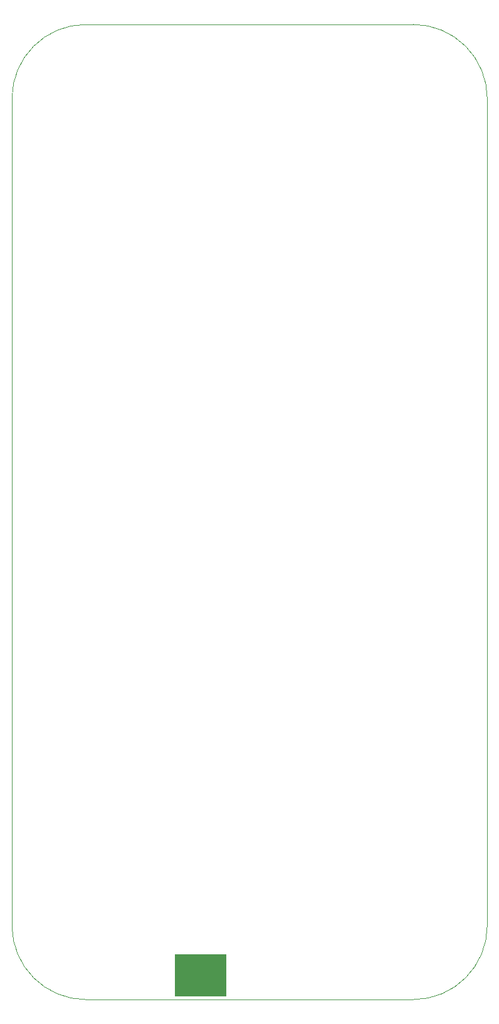
<source format=gko>
G04*
G04 #@! TF.GenerationSoftware,Altium Limited,Altium Designer,23.6.0 (18)*
G04*
G04 Layer_Color=16711935*
%FSLAX44Y44*%
%MOMM*%
G71*
G04*
G04 #@! TF.SameCoordinates,AD488519-FD06-4120-8DA1-5AB69FE218D1*
G04*
G04*
G04 #@! TF.FilePolarity,Positive*
G04*
G01*
G75*
%ADD161C,0.0064*%
%ADD162C,0.0127*%
G36*
X290000Y4541D02*
X219992D01*
Y61050D01*
X290000D01*
Y4541D01*
D02*
G37*
D161*
X95Y1315063D02*
G03*
X95Y1315063I-32J0D01*
G01*
X642095Y63D02*
G03*
X642095Y63I-32J0D01*
G01*
X95D02*
G03*
X95Y63I-32J0D01*
G01*
D02*
G03*
X95Y63I-32J0D01*
G01*
D162*
X542063D02*
G03*
X642064Y100063I0J100000D01*
G01*
X63D02*
G03*
X100063Y63I100000J0D01*
G01*
Y1315063D02*
G03*
X63Y1215063I0J-100000D01*
G01*
X642064D02*
G03*
X542063Y1315063I-100000J0D01*
G01*
X642064Y100063D02*
Y1215063D01*
X100063Y1315063D02*
X542063D01*
X63Y100063D02*
Y1215063D01*
X100063Y63D02*
X542063D01*
M02*

</source>
